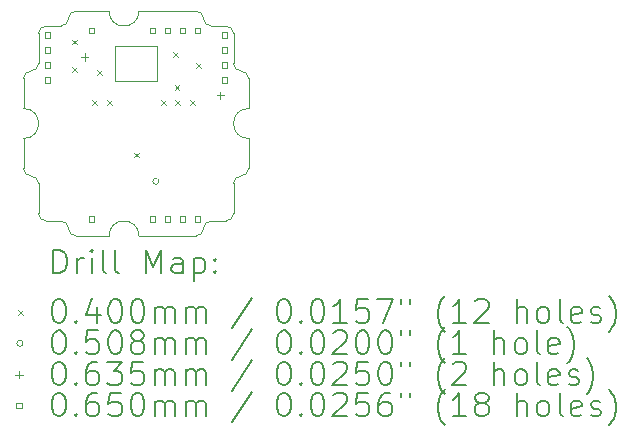
<source format=gbr>
%TF.GenerationSoftware,KiCad,Pcbnew,(6.0.7-1)-1*%
%TF.CreationDate,2022-08-17T19:26:01+01:00*%
%TF.ProjectId,amoeba-king,616d6f65-6261-42d6-9b69-6e672e6b6963,rev?*%
%TF.SameCoordinates,Original*%
%TF.FileFunction,Drillmap*%
%TF.FilePolarity,Positive*%
%FSLAX45Y45*%
G04 Gerber Fmt 4.5, Leading zero omitted, Abs format (unit mm)*
G04 Created by KiCad (PCBNEW (6.0.7-1)-1) date 2022-08-17 19:26:01*
%MOMM*%
%LPD*%
G01*
G04 APERTURE LIST*
%ADD10C,0.100000*%
%ADD11C,0.200000*%
%ADD12C,0.040000*%
%ADD13C,0.050800*%
%ADD14C,0.063500*%
%ADD15C,0.065000*%
G04 APERTURE END LIST*
D10*
X8305800Y-17691100D02*
X8178800Y-17691100D01*
X7368700Y-16206550D02*
X7368700Y-16508650D01*
X7368700Y-16508650D02*
X7718900Y-16508650D01*
X7718900Y-16508650D02*
X7718900Y-16206550D01*
X7718900Y-16206550D02*
X7368700Y-16206550D01*
X8178800Y-16040100D02*
X8305800Y-16040100D01*
X8369300Y-16103600D02*
X8369300Y-16357600D01*
X6781800Y-16040100D02*
X6908800Y-16040100D01*
X6718300Y-16103600D02*
X6718300Y-16357600D01*
X6718300Y-17373600D02*
X6718300Y-17627600D01*
X6781800Y-17691100D02*
X6908800Y-17691100D01*
X8369300Y-17627600D02*
X8369300Y-17373600D01*
X7035800Y-15913100D02*
X7314500Y-15913100D01*
X6591300Y-16992600D02*
X6591300Y-17246600D01*
X8496300Y-16992600D02*
X8496300Y-17246600D01*
X7314500Y-15913100D02*
G75*
G03*
X7568500Y-15913100I127000J0D01*
G01*
X7568500Y-17818100D02*
G75*
G03*
X7314500Y-17818100I-127000J0D01*
G01*
X7035800Y-17818100D02*
X7314500Y-17818100D01*
X6781800Y-16040100D02*
G75*
G03*
X6718300Y-16103600I0J-63500D01*
G01*
X8369300Y-16103600D02*
G75*
G03*
X8305800Y-16040100I-63500J0D01*
G01*
X6718300Y-17627600D02*
G75*
G03*
X6781800Y-17691100I63500J0D01*
G01*
X6591300Y-17246600D02*
G75*
G03*
X6654800Y-17310100I63500J0D01*
G01*
X8051800Y-15913100D02*
X7568500Y-15913100D01*
X8051800Y-17818100D02*
G75*
G03*
X8115300Y-17754600I0J63500D01*
G01*
X6591300Y-16992600D02*
G75*
G03*
X6591300Y-16738600I0J127000D01*
G01*
X8496300Y-16738600D02*
G75*
G03*
X8496300Y-16992600I0J-127000D01*
G01*
X8305800Y-17691100D02*
G75*
G03*
X8369300Y-17627600I0J63500D01*
G01*
X7568500Y-17818100D02*
X8051800Y-17818100D01*
X6654800Y-16421100D02*
G75*
G03*
X6718300Y-16357600I0J63500D01*
G01*
X6718300Y-17373600D02*
G75*
G03*
X6654800Y-17310100I-63500J0D01*
G01*
X6972300Y-17754600D02*
G75*
G03*
X7035800Y-17818100I63500J0D01*
G01*
X8496300Y-16738600D02*
X8496300Y-16484600D01*
X6908800Y-16040100D02*
G75*
G03*
X6972300Y-15976600I0J63500D01*
G01*
X8369300Y-16357600D02*
G75*
G03*
X8432800Y-16421100I63500J0D01*
G01*
X8115300Y-15976600D02*
G75*
G03*
X8178800Y-16040100I63500J0D01*
G01*
X7035800Y-15913100D02*
G75*
G03*
X6972300Y-15976600I0J-63500D01*
G01*
X8496300Y-16484600D02*
G75*
G03*
X8432800Y-16421100I-63500J0D01*
G01*
X8115300Y-15976600D02*
G75*
G03*
X8051800Y-15913100I-63500J0D01*
G01*
X6654800Y-16421100D02*
G75*
G03*
X6591300Y-16484600I0J-63500D01*
G01*
X8432800Y-17310100D02*
G75*
G03*
X8496300Y-17246600I0J63500D01*
G01*
X6591300Y-16738600D02*
X6591300Y-16484600D01*
X8178800Y-17691100D02*
G75*
G03*
X8115300Y-17754600I0J-63500D01*
G01*
X6972300Y-17754600D02*
G75*
G03*
X6908800Y-17691100I-63500J0D01*
G01*
X8432800Y-17310100D02*
G75*
G03*
X8369300Y-17373600I0J-63500D01*
G01*
D11*
D12*
X7005346Y-16154426D02*
X7045346Y-16194426D01*
X7045346Y-16154426D02*
X7005346Y-16194426D01*
X7005650Y-16388400D02*
X7045650Y-16428400D01*
X7045650Y-16388400D02*
X7005650Y-16428400D01*
X7174740Y-16667800D02*
X7214740Y-16707800D01*
X7214740Y-16667800D02*
X7174740Y-16707800D01*
X7213920Y-16413800D02*
X7253920Y-16453800D01*
X7253920Y-16413800D02*
X7213920Y-16453800D01*
X7299377Y-16668072D02*
X7339377Y-16708072D01*
X7339377Y-16668072D02*
X7299377Y-16708072D01*
X7528308Y-17111886D02*
X7568308Y-17151886D01*
X7568308Y-17111886D02*
X7528308Y-17151886D01*
X7758750Y-16667800D02*
X7798750Y-16707800D01*
X7798750Y-16667800D02*
X7758750Y-16707800D01*
X7858550Y-16263940D02*
X7898550Y-16303940D01*
X7898550Y-16263940D02*
X7858550Y-16303940D01*
X7871780Y-16540800D02*
X7911780Y-16580800D01*
X7911780Y-16540800D02*
X7871780Y-16580800D01*
X7874320Y-16667800D02*
X7914320Y-16707800D01*
X7914320Y-16667800D02*
X7874320Y-16707800D01*
X8001320Y-16667800D02*
X8041320Y-16707800D01*
X8041320Y-16667800D02*
X8001320Y-16707800D01*
X8054722Y-16353308D02*
X8094722Y-16393308D01*
X8094722Y-16353308D02*
X8054722Y-16393308D01*
D13*
X7737140Y-17355800D02*
G75*
G03*
X7737140Y-17355800I-25400J0D01*
G01*
D14*
X7109480Y-16271523D02*
X7109480Y-16335023D01*
X7077730Y-16303273D02*
X7141230Y-16303273D01*
X8257540Y-16595725D02*
X8257540Y-16659225D01*
X8225790Y-16627475D02*
X8289290Y-16627475D01*
D15*
X6817481Y-16139281D02*
X6817481Y-16093319D01*
X6771519Y-16093319D01*
X6771519Y-16139281D01*
X6817481Y-16139281D01*
X6817481Y-16266281D02*
X6817481Y-16220319D01*
X6771519Y-16220319D01*
X6771519Y-16266281D01*
X6817481Y-16266281D01*
X6817481Y-16393281D02*
X6817481Y-16347319D01*
X6771519Y-16347319D01*
X6771519Y-16393281D01*
X6817481Y-16393281D01*
X6817481Y-16520281D02*
X6817481Y-16474319D01*
X6771519Y-16474319D01*
X6771519Y-16520281D01*
X6817481Y-16520281D01*
X7190861Y-16101181D02*
X7190861Y-16055219D01*
X7144899Y-16055219D01*
X7144899Y-16101181D01*
X7190861Y-16101181D01*
X7190861Y-17698841D02*
X7190861Y-17652879D01*
X7144899Y-17652879D01*
X7144899Y-17698841D01*
X7190861Y-17698841D01*
X7706481Y-16101181D02*
X7706481Y-16055219D01*
X7660519Y-16055219D01*
X7660519Y-16101181D01*
X7706481Y-16101181D01*
X7706481Y-17698841D02*
X7706481Y-17652879D01*
X7660519Y-17652879D01*
X7660519Y-17698841D01*
X7706481Y-17698841D01*
X7833481Y-16101181D02*
X7833481Y-16055219D01*
X7787519Y-16055219D01*
X7787519Y-16101181D01*
X7833481Y-16101181D01*
X7833481Y-17698841D02*
X7833481Y-17652879D01*
X7787519Y-17652879D01*
X7787519Y-17698841D01*
X7833481Y-17698841D01*
X7960481Y-16101181D02*
X7960481Y-16055219D01*
X7914519Y-16055219D01*
X7914519Y-16101181D01*
X7960481Y-16101181D01*
X7960481Y-17698841D02*
X7960481Y-17652879D01*
X7914519Y-17652879D01*
X7914519Y-17698841D01*
X7960481Y-17698841D01*
X8087481Y-16101181D02*
X8087481Y-16055219D01*
X8041519Y-16055219D01*
X8041519Y-16101181D01*
X8087481Y-16101181D01*
X8087481Y-17698841D02*
X8087481Y-17652879D01*
X8041519Y-17652879D01*
X8041519Y-17698841D01*
X8087481Y-17698841D01*
X8313541Y-16139281D02*
X8313541Y-16093319D01*
X8267579Y-16093319D01*
X8267579Y-16139281D01*
X8313541Y-16139281D01*
X8313541Y-16266281D02*
X8313541Y-16220319D01*
X8267579Y-16220319D01*
X8267579Y-16266281D01*
X8313541Y-16266281D01*
X8313541Y-16393281D02*
X8313541Y-16347319D01*
X8267579Y-16347319D01*
X8267579Y-16393281D01*
X8313541Y-16393281D01*
X8313541Y-16520281D02*
X8313541Y-16474319D01*
X8267579Y-16474319D01*
X8267579Y-16520281D01*
X8313541Y-16520281D01*
D11*
X6843919Y-18133576D02*
X6843919Y-17933576D01*
X6891538Y-17933576D01*
X6920109Y-17943100D01*
X6939157Y-17962148D01*
X6948681Y-17981195D01*
X6958205Y-18019290D01*
X6958205Y-18047862D01*
X6948681Y-18085957D01*
X6939157Y-18105005D01*
X6920109Y-18124052D01*
X6891538Y-18133576D01*
X6843919Y-18133576D01*
X7043919Y-18133576D02*
X7043919Y-18000243D01*
X7043919Y-18038338D02*
X7053443Y-18019290D01*
X7062967Y-18009767D01*
X7082014Y-18000243D01*
X7101062Y-18000243D01*
X7167728Y-18133576D02*
X7167728Y-18000243D01*
X7167728Y-17933576D02*
X7158205Y-17943100D01*
X7167728Y-17952624D01*
X7177252Y-17943100D01*
X7167728Y-17933576D01*
X7167728Y-17952624D01*
X7291538Y-18133576D02*
X7272490Y-18124052D01*
X7262967Y-18105005D01*
X7262967Y-17933576D01*
X7396300Y-18133576D02*
X7377252Y-18124052D01*
X7367728Y-18105005D01*
X7367728Y-17933576D01*
X7624871Y-18133576D02*
X7624871Y-17933576D01*
X7691538Y-18076433D01*
X7758205Y-17933576D01*
X7758205Y-18133576D01*
X7939157Y-18133576D02*
X7939157Y-18028814D01*
X7929633Y-18009767D01*
X7910586Y-18000243D01*
X7872490Y-18000243D01*
X7853443Y-18009767D01*
X7939157Y-18124052D02*
X7920109Y-18133576D01*
X7872490Y-18133576D01*
X7853443Y-18124052D01*
X7843919Y-18105005D01*
X7843919Y-18085957D01*
X7853443Y-18066910D01*
X7872490Y-18057386D01*
X7920109Y-18057386D01*
X7939157Y-18047862D01*
X8034395Y-18000243D02*
X8034395Y-18200243D01*
X8034395Y-18009767D02*
X8053443Y-18000243D01*
X8091538Y-18000243D01*
X8110586Y-18009767D01*
X8120109Y-18019290D01*
X8129633Y-18038338D01*
X8129633Y-18095481D01*
X8120109Y-18114529D01*
X8110586Y-18124052D01*
X8091538Y-18133576D01*
X8053443Y-18133576D01*
X8034395Y-18124052D01*
X8215348Y-18114529D02*
X8224871Y-18124052D01*
X8215348Y-18133576D01*
X8205824Y-18124052D01*
X8215348Y-18114529D01*
X8215348Y-18133576D01*
X8215348Y-18009767D02*
X8224871Y-18019290D01*
X8215348Y-18028814D01*
X8205824Y-18019290D01*
X8215348Y-18009767D01*
X8215348Y-18028814D01*
D12*
X6546300Y-18443100D02*
X6586300Y-18483100D01*
X6586300Y-18443100D02*
X6546300Y-18483100D01*
D11*
X6882014Y-18353576D02*
X6901062Y-18353576D01*
X6920109Y-18363100D01*
X6929633Y-18372624D01*
X6939157Y-18391671D01*
X6948681Y-18429767D01*
X6948681Y-18477386D01*
X6939157Y-18515481D01*
X6929633Y-18534529D01*
X6920109Y-18544052D01*
X6901062Y-18553576D01*
X6882014Y-18553576D01*
X6862967Y-18544052D01*
X6853443Y-18534529D01*
X6843919Y-18515481D01*
X6834395Y-18477386D01*
X6834395Y-18429767D01*
X6843919Y-18391671D01*
X6853443Y-18372624D01*
X6862967Y-18363100D01*
X6882014Y-18353576D01*
X7034395Y-18534529D02*
X7043919Y-18544052D01*
X7034395Y-18553576D01*
X7024871Y-18544052D01*
X7034395Y-18534529D01*
X7034395Y-18553576D01*
X7215348Y-18420243D02*
X7215348Y-18553576D01*
X7167728Y-18344052D02*
X7120109Y-18486910D01*
X7243919Y-18486910D01*
X7358205Y-18353576D02*
X7377252Y-18353576D01*
X7396300Y-18363100D01*
X7405824Y-18372624D01*
X7415348Y-18391671D01*
X7424871Y-18429767D01*
X7424871Y-18477386D01*
X7415348Y-18515481D01*
X7405824Y-18534529D01*
X7396300Y-18544052D01*
X7377252Y-18553576D01*
X7358205Y-18553576D01*
X7339157Y-18544052D01*
X7329633Y-18534529D01*
X7320109Y-18515481D01*
X7310586Y-18477386D01*
X7310586Y-18429767D01*
X7320109Y-18391671D01*
X7329633Y-18372624D01*
X7339157Y-18363100D01*
X7358205Y-18353576D01*
X7548681Y-18353576D02*
X7567728Y-18353576D01*
X7586776Y-18363100D01*
X7596300Y-18372624D01*
X7605824Y-18391671D01*
X7615348Y-18429767D01*
X7615348Y-18477386D01*
X7605824Y-18515481D01*
X7596300Y-18534529D01*
X7586776Y-18544052D01*
X7567728Y-18553576D01*
X7548681Y-18553576D01*
X7529633Y-18544052D01*
X7520109Y-18534529D01*
X7510586Y-18515481D01*
X7501062Y-18477386D01*
X7501062Y-18429767D01*
X7510586Y-18391671D01*
X7520109Y-18372624D01*
X7529633Y-18363100D01*
X7548681Y-18353576D01*
X7701062Y-18553576D02*
X7701062Y-18420243D01*
X7701062Y-18439290D02*
X7710586Y-18429767D01*
X7729633Y-18420243D01*
X7758205Y-18420243D01*
X7777252Y-18429767D01*
X7786776Y-18448814D01*
X7786776Y-18553576D01*
X7786776Y-18448814D02*
X7796300Y-18429767D01*
X7815348Y-18420243D01*
X7843919Y-18420243D01*
X7862967Y-18429767D01*
X7872490Y-18448814D01*
X7872490Y-18553576D01*
X7967728Y-18553576D02*
X7967728Y-18420243D01*
X7967728Y-18439290D02*
X7977252Y-18429767D01*
X7996300Y-18420243D01*
X8024871Y-18420243D01*
X8043919Y-18429767D01*
X8053443Y-18448814D01*
X8053443Y-18553576D01*
X8053443Y-18448814D02*
X8062967Y-18429767D01*
X8082014Y-18420243D01*
X8110586Y-18420243D01*
X8129633Y-18429767D01*
X8139157Y-18448814D01*
X8139157Y-18553576D01*
X8529633Y-18344052D02*
X8358205Y-18601195D01*
X8786776Y-18353576D02*
X8805824Y-18353576D01*
X8824871Y-18363100D01*
X8834395Y-18372624D01*
X8843919Y-18391671D01*
X8853443Y-18429767D01*
X8853443Y-18477386D01*
X8843919Y-18515481D01*
X8834395Y-18534529D01*
X8824871Y-18544052D01*
X8805824Y-18553576D01*
X8786776Y-18553576D01*
X8767729Y-18544052D01*
X8758205Y-18534529D01*
X8748681Y-18515481D01*
X8739157Y-18477386D01*
X8739157Y-18429767D01*
X8748681Y-18391671D01*
X8758205Y-18372624D01*
X8767729Y-18363100D01*
X8786776Y-18353576D01*
X8939157Y-18534529D02*
X8948681Y-18544052D01*
X8939157Y-18553576D01*
X8929633Y-18544052D01*
X8939157Y-18534529D01*
X8939157Y-18553576D01*
X9072490Y-18353576D02*
X9091538Y-18353576D01*
X9110586Y-18363100D01*
X9120110Y-18372624D01*
X9129633Y-18391671D01*
X9139157Y-18429767D01*
X9139157Y-18477386D01*
X9129633Y-18515481D01*
X9120110Y-18534529D01*
X9110586Y-18544052D01*
X9091538Y-18553576D01*
X9072490Y-18553576D01*
X9053443Y-18544052D01*
X9043919Y-18534529D01*
X9034395Y-18515481D01*
X9024871Y-18477386D01*
X9024871Y-18429767D01*
X9034395Y-18391671D01*
X9043919Y-18372624D01*
X9053443Y-18363100D01*
X9072490Y-18353576D01*
X9329633Y-18553576D02*
X9215348Y-18553576D01*
X9272490Y-18553576D02*
X9272490Y-18353576D01*
X9253443Y-18382148D01*
X9234395Y-18401195D01*
X9215348Y-18410719D01*
X9510586Y-18353576D02*
X9415348Y-18353576D01*
X9405824Y-18448814D01*
X9415348Y-18439290D01*
X9434395Y-18429767D01*
X9482014Y-18429767D01*
X9501062Y-18439290D01*
X9510586Y-18448814D01*
X9520110Y-18467862D01*
X9520110Y-18515481D01*
X9510586Y-18534529D01*
X9501062Y-18544052D01*
X9482014Y-18553576D01*
X9434395Y-18553576D01*
X9415348Y-18544052D01*
X9405824Y-18534529D01*
X9586776Y-18353576D02*
X9720110Y-18353576D01*
X9634395Y-18553576D01*
X9786776Y-18353576D02*
X9786776Y-18391671D01*
X9862967Y-18353576D02*
X9862967Y-18391671D01*
X10158205Y-18629767D02*
X10148681Y-18620243D01*
X10129633Y-18591671D01*
X10120110Y-18572624D01*
X10110586Y-18544052D01*
X10101062Y-18496433D01*
X10101062Y-18458338D01*
X10110586Y-18410719D01*
X10120110Y-18382148D01*
X10129633Y-18363100D01*
X10148681Y-18334529D01*
X10158205Y-18325005D01*
X10339157Y-18553576D02*
X10224871Y-18553576D01*
X10282014Y-18553576D02*
X10282014Y-18353576D01*
X10262967Y-18382148D01*
X10243919Y-18401195D01*
X10224871Y-18410719D01*
X10415348Y-18372624D02*
X10424871Y-18363100D01*
X10443919Y-18353576D01*
X10491538Y-18353576D01*
X10510586Y-18363100D01*
X10520110Y-18372624D01*
X10529633Y-18391671D01*
X10529633Y-18410719D01*
X10520110Y-18439290D01*
X10405824Y-18553576D01*
X10529633Y-18553576D01*
X10767729Y-18553576D02*
X10767729Y-18353576D01*
X10853443Y-18553576D02*
X10853443Y-18448814D01*
X10843919Y-18429767D01*
X10824871Y-18420243D01*
X10796300Y-18420243D01*
X10777252Y-18429767D01*
X10767729Y-18439290D01*
X10977252Y-18553576D02*
X10958205Y-18544052D01*
X10948681Y-18534529D01*
X10939157Y-18515481D01*
X10939157Y-18458338D01*
X10948681Y-18439290D01*
X10958205Y-18429767D01*
X10977252Y-18420243D01*
X11005824Y-18420243D01*
X11024871Y-18429767D01*
X11034395Y-18439290D01*
X11043919Y-18458338D01*
X11043919Y-18515481D01*
X11034395Y-18534529D01*
X11024871Y-18544052D01*
X11005824Y-18553576D01*
X10977252Y-18553576D01*
X11158205Y-18553576D02*
X11139157Y-18544052D01*
X11129633Y-18525005D01*
X11129633Y-18353576D01*
X11310586Y-18544052D02*
X11291538Y-18553576D01*
X11253443Y-18553576D01*
X11234395Y-18544052D01*
X11224871Y-18525005D01*
X11224871Y-18448814D01*
X11234395Y-18429767D01*
X11253443Y-18420243D01*
X11291538Y-18420243D01*
X11310586Y-18429767D01*
X11320109Y-18448814D01*
X11320109Y-18467862D01*
X11224871Y-18486910D01*
X11396300Y-18544052D02*
X11415348Y-18553576D01*
X11453443Y-18553576D01*
X11472490Y-18544052D01*
X11482014Y-18525005D01*
X11482014Y-18515481D01*
X11472490Y-18496433D01*
X11453443Y-18486910D01*
X11424871Y-18486910D01*
X11405824Y-18477386D01*
X11396300Y-18458338D01*
X11396300Y-18448814D01*
X11405824Y-18429767D01*
X11424871Y-18420243D01*
X11453443Y-18420243D01*
X11472490Y-18429767D01*
X11548681Y-18629767D02*
X11558205Y-18620243D01*
X11577252Y-18591671D01*
X11586776Y-18572624D01*
X11596300Y-18544052D01*
X11605824Y-18496433D01*
X11605824Y-18458338D01*
X11596300Y-18410719D01*
X11586776Y-18382148D01*
X11577252Y-18363100D01*
X11558205Y-18334529D01*
X11548681Y-18325005D01*
D13*
X6586300Y-18727100D02*
G75*
G03*
X6586300Y-18727100I-25400J0D01*
G01*
D11*
X6882014Y-18617576D02*
X6901062Y-18617576D01*
X6920109Y-18627100D01*
X6929633Y-18636624D01*
X6939157Y-18655671D01*
X6948681Y-18693767D01*
X6948681Y-18741386D01*
X6939157Y-18779481D01*
X6929633Y-18798529D01*
X6920109Y-18808052D01*
X6901062Y-18817576D01*
X6882014Y-18817576D01*
X6862967Y-18808052D01*
X6853443Y-18798529D01*
X6843919Y-18779481D01*
X6834395Y-18741386D01*
X6834395Y-18693767D01*
X6843919Y-18655671D01*
X6853443Y-18636624D01*
X6862967Y-18627100D01*
X6882014Y-18617576D01*
X7034395Y-18798529D02*
X7043919Y-18808052D01*
X7034395Y-18817576D01*
X7024871Y-18808052D01*
X7034395Y-18798529D01*
X7034395Y-18817576D01*
X7224871Y-18617576D02*
X7129633Y-18617576D01*
X7120109Y-18712814D01*
X7129633Y-18703290D01*
X7148681Y-18693767D01*
X7196300Y-18693767D01*
X7215348Y-18703290D01*
X7224871Y-18712814D01*
X7234395Y-18731862D01*
X7234395Y-18779481D01*
X7224871Y-18798529D01*
X7215348Y-18808052D01*
X7196300Y-18817576D01*
X7148681Y-18817576D01*
X7129633Y-18808052D01*
X7120109Y-18798529D01*
X7358205Y-18617576D02*
X7377252Y-18617576D01*
X7396300Y-18627100D01*
X7405824Y-18636624D01*
X7415348Y-18655671D01*
X7424871Y-18693767D01*
X7424871Y-18741386D01*
X7415348Y-18779481D01*
X7405824Y-18798529D01*
X7396300Y-18808052D01*
X7377252Y-18817576D01*
X7358205Y-18817576D01*
X7339157Y-18808052D01*
X7329633Y-18798529D01*
X7320109Y-18779481D01*
X7310586Y-18741386D01*
X7310586Y-18693767D01*
X7320109Y-18655671D01*
X7329633Y-18636624D01*
X7339157Y-18627100D01*
X7358205Y-18617576D01*
X7539157Y-18703290D02*
X7520109Y-18693767D01*
X7510586Y-18684243D01*
X7501062Y-18665195D01*
X7501062Y-18655671D01*
X7510586Y-18636624D01*
X7520109Y-18627100D01*
X7539157Y-18617576D01*
X7577252Y-18617576D01*
X7596300Y-18627100D01*
X7605824Y-18636624D01*
X7615348Y-18655671D01*
X7615348Y-18665195D01*
X7605824Y-18684243D01*
X7596300Y-18693767D01*
X7577252Y-18703290D01*
X7539157Y-18703290D01*
X7520109Y-18712814D01*
X7510586Y-18722338D01*
X7501062Y-18741386D01*
X7501062Y-18779481D01*
X7510586Y-18798529D01*
X7520109Y-18808052D01*
X7539157Y-18817576D01*
X7577252Y-18817576D01*
X7596300Y-18808052D01*
X7605824Y-18798529D01*
X7615348Y-18779481D01*
X7615348Y-18741386D01*
X7605824Y-18722338D01*
X7596300Y-18712814D01*
X7577252Y-18703290D01*
X7701062Y-18817576D02*
X7701062Y-18684243D01*
X7701062Y-18703290D02*
X7710586Y-18693767D01*
X7729633Y-18684243D01*
X7758205Y-18684243D01*
X7777252Y-18693767D01*
X7786776Y-18712814D01*
X7786776Y-18817576D01*
X7786776Y-18712814D02*
X7796300Y-18693767D01*
X7815348Y-18684243D01*
X7843919Y-18684243D01*
X7862967Y-18693767D01*
X7872490Y-18712814D01*
X7872490Y-18817576D01*
X7967728Y-18817576D02*
X7967728Y-18684243D01*
X7967728Y-18703290D02*
X7977252Y-18693767D01*
X7996300Y-18684243D01*
X8024871Y-18684243D01*
X8043919Y-18693767D01*
X8053443Y-18712814D01*
X8053443Y-18817576D01*
X8053443Y-18712814D02*
X8062967Y-18693767D01*
X8082014Y-18684243D01*
X8110586Y-18684243D01*
X8129633Y-18693767D01*
X8139157Y-18712814D01*
X8139157Y-18817576D01*
X8529633Y-18608052D02*
X8358205Y-18865195D01*
X8786776Y-18617576D02*
X8805824Y-18617576D01*
X8824871Y-18627100D01*
X8834395Y-18636624D01*
X8843919Y-18655671D01*
X8853443Y-18693767D01*
X8853443Y-18741386D01*
X8843919Y-18779481D01*
X8834395Y-18798529D01*
X8824871Y-18808052D01*
X8805824Y-18817576D01*
X8786776Y-18817576D01*
X8767729Y-18808052D01*
X8758205Y-18798529D01*
X8748681Y-18779481D01*
X8739157Y-18741386D01*
X8739157Y-18693767D01*
X8748681Y-18655671D01*
X8758205Y-18636624D01*
X8767729Y-18627100D01*
X8786776Y-18617576D01*
X8939157Y-18798529D02*
X8948681Y-18808052D01*
X8939157Y-18817576D01*
X8929633Y-18808052D01*
X8939157Y-18798529D01*
X8939157Y-18817576D01*
X9072490Y-18617576D02*
X9091538Y-18617576D01*
X9110586Y-18627100D01*
X9120110Y-18636624D01*
X9129633Y-18655671D01*
X9139157Y-18693767D01*
X9139157Y-18741386D01*
X9129633Y-18779481D01*
X9120110Y-18798529D01*
X9110586Y-18808052D01*
X9091538Y-18817576D01*
X9072490Y-18817576D01*
X9053443Y-18808052D01*
X9043919Y-18798529D01*
X9034395Y-18779481D01*
X9024871Y-18741386D01*
X9024871Y-18693767D01*
X9034395Y-18655671D01*
X9043919Y-18636624D01*
X9053443Y-18627100D01*
X9072490Y-18617576D01*
X9215348Y-18636624D02*
X9224871Y-18627100D01*
X9243919Y-18617576D01*
X9291538Y-18617576D01*
X9310586Y-18627100D01*
X9320110Y-18636624D01*
X9329633Y-18655671D01*
X9329633Y-18674719D01*
X9320110Y-18703290D01*
X9205824Y-18817576D01*
X9329633Y-18817576D01*
X9453443Y-18617576D02*
X9472490Y-18617576D01*
X9491538Y-18627100D01*
X9501062Y-18636624D01*
X9510586Y-18655671D01*
X9520110Y-18693767D01*
X9520110Y-18741386D01*
X9510586Y-18779481D01*
X9501062Y-18798529D01*
X9491538Y-18808052D01*
X9472490Y-18817576D01*
X9453443Y-18817576D01*
X9434395Y-18808052D01*
X9424871Y-18798529D01*
X9415348Y-18779481D01*
X9405824Y-18741386D01*
X9405824Y-18693767D01*
X9415348Y-18655671D01*
X9424871Y-18636624D01*
X9434395Y-18627100D01*
X9453443Y-18617576D01*
X9643919Y-18617576D02*
X9662967Y-18617576D01*
X9682014Y-18627100D01*
X9691538Y-18636624D01*
X9701062Y-18655671D01*
X9710586Y-18693767D01*
X9710586Y-18741386D01*
X9701062Y-18779481D01*
X9691538Y-18798529D01*
X9682014Y-18808052D01*
X9662967Y-18817576D01*
X9643919Y-18817576D01*
X9624871Y-18808052D01*
X9615348Y-18798529D01*
X9605824Y-18779481D01*
X9596300Y-18741386D01*
X9596300Y-18693767D01*
X9605824Y-18655671D01*
X9615348Y-18636624D01*
X9624871Y-18627100D01*
X9643919Y-18617576D01*
X9786776Y-18617576D02*
X9786776Y-18655671D01*
X9862967Y-18617576D02*
X9862967Y-18655671D01*
X10158205Y-18893767D02*
X10148681Y-18884243D01*
X10129633Y-18855671D01*
X10120110Y-18836624D01*
X10110586Y-18808052D01*
X10101062Y-18760433D01*
X10101062Y-18722338D01*
X10110586Y-18674719D01*
X10120110Y-18646148D01*
X10129633Y-18627100D01*
X10148681Y-18598529D01*
X10158205Y-18589005D01*
X10339157Y-18817576D02*
X10224871Y-18817576D01*
X10282014Y-18817576D02*
X10282014Y-18617576D01*
X10262967Y-18646148D01*
X10243919Y-18665195D01*
X10224871Y-18674719D01*
X10577252Y-18817576D02*
X10577252Y-18617576D01*
X10662967Y-18817576D02*
X10662967Y-18712814D01*
X10653443Y-18693767D01*
X10634395Y-18684243D01*
X10605824Y-18684243D01*
X10586776Y-18693767D01*
X10577252Y-18703290D01*
X10786776Y-18817576D02*
X10767729Y-18808052D01*
X10758205Y-18798529D01*
X10748681Y-18779481D01*
X10748681Y-18722338D01*
X10758205Y-18703290D01*
X10767729Y-18693767D01*
X10786776Y-18684243D01*
X10815348Y-18684243D01*
X10834395Y-18693767D01*
X10843919Y-18703290D01*
X10853443Y-18722338D01*
X10853443Y-18779481D01*
X10843919Y-18798529D01*
X10834395Y-18808052D01*
X10815348Y-18817576D01*
X10786776Y-18817576D01*
X10967729Y-18817576D02*
X10948681Y-18808052D01*
X10939157Y-18789005D01*
X10939157Y-18617576D01*
X11120110Y-18808052D02*
X11101062Y-18817576D01*
X11062967Y-18817576D01*
X11043919Y-18808052D01*
X11034395Y-18789005D01*
X11034395Y-18712814D01*
X11043919Y-18693767D01*
X11062967Y-18684243D01*
X11101062Y-18684243D01*
X11120110Y-18693767D01*
X11129633Y-18712814D01*
X11129633Y-18731862D01*
X11034395Y-18750910D01*
X11196300Y-18893767D02*
X11205824Y-18884243D01*
X11224871Y-18855671D01*
X11234395Y-18836624D01*
X11243919Y-18808052D01*
X11253443Y-18760433D01*
X11253443Y-18722338D01*
X11243919Y-18674719D01*
X11234395Y-18646148D01*
X11224871Y-18627100D01*
X11205824Y-18598529D01*
X11196300Y-18589005D01*
D14*
X6554550Y-18959350D02*
X6554550Y-19022850D01*
X6522800Y-18991100D02*
X6586300Y-18991100D01*
D11*
X6882014Y-18881576D02*
X6901062Y-18881576D01*
X6920109Y-18891100D01*
X6929633Y-18900624D01*
X6939157Y-18919671D01*
X6948681Y-18957767D01*
X6948681Y-19005386D01*
X6939157Y-19043481D01*
X6929633Y-19062529D01*
X6920109Y-19072052D01*
X6901062Y-19081576D01*
X6882014Y-19081576D01*
X6862967Y-19072052D01*
X6853443Y-19062529D01*
X6843919Y-19043481D01*
X6834395Y-19005386D01*
X6834395Y-18957767D01*
X6843919Y-18919671D01*
X6853443Y-18900624D01*
X6862967Y-18891100D01*
X6882014Y-18881576D01*
X7034395Y-19062529D02*
X7043919Y-19072052D01*
X7034395Y-19081576D01*
X7024871Y-19072052D01*
X7034395Y-19062529D01*
X7034395Y-19081576D01*
X7215348Y-18881576D02*
X7177252Y-18881576D01*
X7158205Y-18891100D01*
X7148681Y-18900624D01*
X7129633Y-18929195D01*
X7120109Y-18967290D01*
X7120109Y-19043481D01*
X7129633Y-19062529D01*
X7139157Y-19072052D01*
X7158205Y-19081576D01*
X7196300Y-19081576D01*
X7215348Y-19072052D01*
X7224871Y-19062529D01*
X7234395Y-19043481D01*
X7234395Y-18995862D01*
X7224871Y-18976814D01*
X7215348Y-18967290D01*
X7196300Y-18957767D01*
X7158205Y-18957767D01*
X7139157Y-18967290D01*
X7129633Y-18976814D01*
X7120109Y-18995862D01*
X7301062Y-18881576D02*
X7424871Y-18881576D01*
X7358205Y-18957767D01*
X7386776Y-18957767D01*
X7405824Y-18967290D01*
X7415348Y-18976814D01*
X7424871Y-18995862D01*
X7424871Y-19043481D01*
X7415348Y-19062529D01*
X7405824Y-19072052D01*
X7386776Y-19081576D01*
X7329633Y-19081576D01*
X7310586Y-19072052D01*
X7301062Y-19062529D01*
X7605824Y-18881576D02*
X7510586Y-18881576D01*
X7501062Y-18976814D01*
X7510586Y-18967290D01*
X7529633Y-18957767D01*
X7577252Y-18957767D01*
X7596300Y-18967290D01*
X7605824Y-18976814D01*
X7615348Y-18995862D01*
X7615348Y-19043481D01*
X7605824Y-19062529D01*
X7596300Y-19072052D01*
X7577252Y-19081576D01*
X7529633Y-19081576D01*
X7510586Y-19072052D01*
X7501062Y-19062529D01*
X7701062Y-19081576D02*
X7701062Y-18948243D01*
X7701062Y-18967290D02*
X7710586Y-18957767D01*
X7729633Y-18948243D01*
X7758205Y-18948243D01*
X7777252Y-18957767D01*
X7786776Y-18976814D01*
X7786776Y-19081576D01*
X7786776Y-18976814D02*
X7796300Y-18957767D01*
X7815348Y-18948243D01*
X7843919Y-18948243D01*
X7862967Y-18957767D01*
X7872490Y-18976814D01*
X7872490Y-19081576D01*
X7967728Y-19081576D02*
X7967728Y-18948243D01*
X7967728Y-18967290D02*
X7977252Y-18957767D01*
X7996300Y-18948243D01*
X8024871Y-18948243D01*
X8043919Y-18957767D01*
X8053443Y-18976814D01*
X8053443Y-19081576D01*
X8053443Y-18976814D02*
X8062967Y-18957767D01*
X8082014Y-18948243D01*
X8110586Y-18948243D01*
X8129633Y-18957767D01*
X8139157Y-18976814D01*
X8139157Y-19081576D01*
X8529633Y-18872052D02*
X8358205Y-19129195D01*
X8786776Y-18881576D02*
X8805824Y-18881576D01*
X8824871Y-18891100D01*
X8834395Y-18900624D01*
X8843919Y-18919671D01*
X8853443Y-18957767D01*
X8853443Y-19005386D01*
X8843919Y-19043481D01*
X8834395Y-19062529D01*
X8824871Y-19072052D01*
X8805824Y-19081576D01*
X8786776Y-19081576D01*
X8767729Y-19072052D01*
X8758205Y-19062529D01*
X8748681Y-19043481D01*
X8739157Y-19005386D01*
X8739157Y-18957767D01*
X8748681Y-18919671D01*
X8758205Y-18900624D01*
X8767729Y-18891100D01*
X8786776Y-18881576D01*
X8939157Y-19062529D02*
X8948681Y-19072052D01*
X8939157Y-19081576D01*
X8929633Y-19072052D01*
X8939157Y-19062529D01*
X8939157Y-19081576D01*
X9072490Y-18881576D02*
X9091538Y-18881576D01*
X9110586Y-18891100D01*
X9120110Y-18900624D01*
X9129633Y-18919671D01*
X9139157Y-18957767D01*
X9139157Y-19005386D01*
X9129633Y-19043481D01*
X9120110Y-19062529D01*
X9110586Y-19072052D01*
X9091538Y-19081576D01*
X9072490Y-19081576D01*
X9053443Y-19072052D01*
X9043919Y-19062529D01*
X9034395Y-19043481D01*
X9024871Y-19005386D01*
X9024871Y-18957767D01*
X9034395Y-18919671D01*
X9043919Y-18900624D01*
X9053443Y-18891100D01*
X9072490Y-18881576D01*
X9215348Y-18900624D02*
X9224871Y-18891100D01*
X9243919Y-18881576D01*
X9291538Y-18881576D01*
X9310586Y-18891100D01*
X9320110Y-18900624D01*
X9329633Y-18919671D01*
X9329633Y-18938719D01*
X9320110Y-18967290D01*
X9205824Y-19081576D01*
X9329633Y-19081576D01*
X9510586Y-18881576D02*
X9415348Y-18881576D01*
X9405824Y-18976814D01*
X9415348Y-18967290D01*
X9434395Y-18957767D01*
X9482014Y-18957767D01*
X9501062Y-18967290D01*
X9510586Y-18976814D01*
X9520110Y-18995862D01*
X9520110Y-19043481D01*
X9510586Y-19062529D01*
X9501062Y-19072052D01*
X9482014Y-19081576D01*
X9434395Y-19081576D01*
X9415348Y-19072052D01*
X9405824Y-19062529D01*
X9643919Y-18881576D02*
X9662967Y-18881576D01*
X9682014Y-18891100D01*
X9691538Y-18900624D01*
X9701062Y-18919671D01*
X9710586Y-18957767D01*
X9710586Y-19005386D01*
X9701062Y-19043481D01*
X9691538Y-19062529D01*
X9682014Y-19072052D01*
X9662967Y-19081576D01*
X9643919Y-19081576D01*
X9624871Y-19072052D01*
X9615348Y-19062529D01*
X9605824Y-19043481D01*
X9596300Y-19005386D01*
X9596300Y-18957767D01*
X9605824Y-18919671D01*
X9615348Y-18900624D01*
X9624871Y-18891100D01*
X9643919Y-18881576D01*
X9786776Y-18881576D02*
X9786776Y-18919671D01*
X9862967Y-18881576D02*
X9862967Y-18919671D01*
X10158205Y-19157767D02*
X10148681Y-19148243D01*
X10129633Y-19119671D01*
X10120110Y-19100624D01*
X10110586Y-19072052D01*
X10101062Y-19024433D01*
X10101062Y-18986338D01*
X10110586Y-18938719D01*
X10120110Y-18910148D01*
X10129633Y-18891100D01*
X10148681Y-18862529D01*
X10158205Y-18853005D01*
X10224871Y-18900624D02*
X10234395Y-18891100D01*
X10253443Y-18881576D01*
X10301062Y-18881576D01*
X10320110Y-18891100D01*
X10329633Y-18900624D01*
X10339157Y-18919671D01*
X10339157Y-18938719D01*
X10329633Y-18967290D01*
X10215348Y-19081576D01*
X10339157Y-19081576D01*
X10577252Y-19081576D02*
X10577252Y-18881576D01*
X10662967Y-19081576D02*
X10662967Y-18976814D01*
X10653443Y-18957767D01*
X10634395Y-18948243D01*
X10605824Y-18948243D01*
X10586776Y-18957767D01*
X10577252Y-18967290D01*
X10786776Y-19081576D02*
X10767729Y-19072052D01*
X10758205Y-19062529D01*
X10748681Y-19043481D01*
X10748681Y-18986338D01*
X10758205Y-18967290D01*
X10767729Y-18957767D01*
X10786776Y-18948243D01*
X10815348Y-18948243D01*
X10834395Y-18957767D01*
X10843919Y-18967290D01*
X10853443Y-18986338D01*
X10853443Y-19043481D01*
X10843919Y-19062529D01*
X10834395Y-19072052D01*
X10815348Y-19081576D01*
X10786776Y-19081576D01*
X10967729Y-19081576D02*
X10948681Y-19072052D01*
X10939157Y-19053005D01*
X10939157Y-18881576D01*
X11120110Y-19072052D02*
X11101062Y-19081576D01*
X11062967Y-19081576D01*
X11043919Y-19072052D01*
X11034395Y-19053005D01*
X11034395Y-18976814D01*
X11043919Y-18957767D01*
X11062967Y-18948243D01*
X11101062Y-18948243D01*
X11120110Y-18957767D01*
X11129633Y-18976814D01*
X11129633Y-18995862D01*
X11034395Y-19014910D01*
X11205824Y-19072052D02*
X11224871Y-19081576D01*
X11262967Y-19081576D01*
X11282014Y-19072052D01*
X11291538Y-19053005D01*
X11291538Y-19043481D01*
X11282014Y-19024433D01*
X11262967Y-19014910D01*
X11234395Y-19014910D01*
X11215348Y-19005386D01*
X11205824Y-18986338D01*
X11205824Y-18976814D01*
X11215348Y-18957767D01*
X11234395Y-18948243D01*
X11262967Y-18948243D01*
X11282014Y-18957767D01*
X11358205Y-19157767D02*
X11367728Y-19148243D01*
X11386776Y-19119671D01*
X11396300Y-19100624D01*
X11405824Y-19072052D01*
X11415348Y-19024433D01*
X11415348Y-18986338D01*
X11405824Y-18938719D01*
X11396300Y-18910148D01*
X11386776Y-18891100D01*
X11367728Y-18862529D01*
X11358205Y-18853005D01*
D15*
X6576781Y-19278081D02*
X6576781Y-19232119D01*
X6530819Y-19232119D01*
X6530819Y-19278081D01*
X6576781Y-19278081D01*
D11*
X6882014Y-19145576D02*
X6901062Y-19145576D01*
X6920109Y-19155100D01*
X6929633Y-19164624D01*
X6939157Y-19183671D01*
X6948681Y-19221767D01*
X6948681Y-19269386D01*
X6939157Y-19307481D01*
X6929633Y-19326529D01*
X6920109Y-19336052D01*
X6901062Y-19345576D01*
X6882014Y-19345576D01*
X6862967Y-19336052D01*
X6853443Y-19326529D01*
X6843919Y-19307481D01*
X6834395Y-19269386D01*
X6834395Y-19221767D01*
X6843919Y-19183671D01*
X6853443Y-19164624D01*
X6862967Y-19155100D01*
X6882014Y-19145576D01*
X7034395Y-19326529D02*
X7043919Y-19336052D01*
X7034395Y-19345576D01*
X7024871Y-19336052D01*
X7034395Y-19326529D01*
X7034395Y-19345576D01*
X7215348Y-19145576D02*
X7177252Y-19145576D01*
X7158205Y-19155100D01*
X7148681Y-19164624D01*
X7129633Y-19193195D01*
X7120109Y-19231290D01*
X7120109Y-19307481D01*
X7129633Y-19326529D01*
X7139157Y-19336052D01*
X7158205Y-19345576D01*
X7196300Y-19345576D01*
X7215348Y-19336052D01*
X7224871Y-19326529D01*
X7234395Y-19307481D01*
X7234395Y-19259862D01*
X7224871Y-19240814D01*
X7215348Y-19231290D01*
X7196300Y-19221767D01*
X7158205Y-19221767D01*
X7139157Y-19231290D01*
X7129633Y-19240814D01*
X7120109Y-19259862D01*
X7415348Y-19145576D02*
X7320109Y-19145576D01*
X7310586Y-19240814D01*
X7320109Y-19231290D01*
X7339157Y-19221767D01*
X7386776Y-19221767D01*
X7405824Y-19231290D01*
X7415348Y-19240814D01*
X7424871Y-19259862D01*
X7424871Y-19307481D01*
X7415348Y-19326529D01*
X7405824Y-19336052D01*
X7386776Y-19345576D01*
X7339157Y-19345576D01*
X7320109Y-19336052D01*
X7310586Y-19326529D01*
X7548681Y-19145576D02*
X7567728Y-19145576D01*
X7586776Y-19155100D01*
X7596300Y-19164624D01*
X7605824Y-19183671D01*
X7615348Y-19221767D01*
X7615348Y-19269386D01*
X7605824Y-19307481D01*
X7596300Y-19326529D01*
X7586776Y-19336052D01*
X7567728Y-19345576D01*
X7548681Y-19345576D01*
X7529633Y-19336052D01*
X7520109Y-19326529D01*
X7510586Y-19307481D01*
X7501062Y-19269386D01*
X7501062Y-19221767D01*
X7510586Y-19183671D01*
X7520109Y-19164624D01*
X7529633Y-19155100D01*
X7548681Y-19145576D01*
X7701062Y-19345576D02*
X7701062Y-19212243D01*
X7701062Y-19231290D02*
X7710586Y-19221767D01*
X7729633Y-19212243D01*
X7758205Y-19212243D01*
X7777252Y-19221767D01*
X7786776Y-19240814D01*
X7786776Y-19345576D01*
X7786776Y-19240814D02*
X7796300Y-19221767D01*
X7815348Y-19212243D01*
X7843919Y-19212243D01*
X7862967Y-19221767D01*
X7872490Y-19240814D01*
X7872490Y-19345576D01*
X7967728Y-19345576D02*
X7967728Y-19212243D01*
X7967728Y-19231290D02*
X7977252Y-19221767D01*
X7996300Y-19212243D01*
X8024871Y-19212243D01*
X8043919Y-19221767D01*
X8053443Y-19240814D01*
X8053443Y-19345576D01*
X8053443Y-19240814D02*
X8062967Y-19221767D01*
X8082014Y-19212243D01*
X8110586Y-19212243D01*
X8129633Y-19221767D01*
X8139157Y-19240814D01*
X8139157Y-19345576D01*
X8529633Y-19136052D02*
X8358205Y-19393195D01*
X8786776Y-19145576D02*
X8805824Y-19145576D01*
X8824871Y-19155100D01*
X8834395Y-19164624D01*
X8843919Y-19183671D01*
X8853443Y-19221767D01*
X8853443Y-19269386D01*
X8843919Y-19307481D01*
X8834395Y-19326529D01*
X8824871Y-19336052D01*
X8805824Y-19345576D01*
X8786776Y-19345576D01*
X8767729Y-19336052D01*
X8758205Y-19326529D01*
X8748681Y-19307481D01*
X8739157Y-19269386D01*
X8739157Y-19221767D01*
X8748681Y-19183671D01*
X8758205Y-19164624D01*
X8767729Y-19155100D01*
X8786776Y-19145576D01*
X8939157Y-19326529D02*
X8948681Y-19336052D01*
X8939157Y-19345576D01*
X8929633Y-19336052D01*
X8939157Y-19326529D01*
X8939157Y-19345576D01*
X9072490Y-19145576D02*
X9091538Y-19145576D01*
X9110586Y-19155100D01*
X9120110Y-19164624D01*
X9129633Y-19183671D01*
X9139157Y-19221767D01*
X9139157Y-19269386D01*
X9129633Y-19307481D01*
X9120110Y-19326529D01*
X9110586Y-19336052D01*
X9091538Y-19345576D01*
X9072490Y-19345576D01*
X9053443Y-19336052D01*
X9043919Y-19326529D01*
X9034395Y-19307481D01*
X9024871Y-19269386D01*
X9024871Y-19221767D01*
X9034395Y-19183671D01*
X9043919Y-19164624D01*
X9053443Y-19155100D01*
X9072490Y-19145576D01*
X9215348Y-19164624D02*
X9224871Y-19155100D01*
X9243919Y-19145576D01*
X9291538Y-19145576D01*
X9310586Y-19155100D01*
X9320110Y-19164624D01*
X9329633Y-19183671D01*
X9329633Y-19202719D01*
X9320110Y-19231290D01*
X9205824Y-19345576D01*
X9329633Y-19345576D01*
X9510586Y-19145576D02*
X9415348Y-19145576D01*
X9405824Y-19240814D01*
X9415348Y-19231290D01*
X9434395Y-19221767D01*
X9482014Y-19221767D01*
X9501062Y-19231290D01*
X9510586Y-19240814D01*
X9520110Y-19259862D01*
X9520110Y-19307481D01*
X9510586Y-19326529D01*
X9501062Y-19336052D01*
X9482014Y-19345576D01*
X9434395Y-19345576D01*
X9415348Y-19336052D01*
X9405824Y-19326529D01*
X9691538Y-19145576D02*
X9653443Y-19145576D01*
X9634395Y-19155100D01*
X9624871Y-19164624D01*
X9605824Y-19193195D01*
X9596300Y-19231290D01*
X9596300Y-19307481D01*
X9605824Y-19326529D01*
X9615348Y-19336052D01*
X9634395Y-19345576D01*
X9672490Y-19345576D01*
X9691538Y-19336052D01*
X9701062Y-19326529D01*
X9710586Y-19307481D01*
X9710586Y-19259862D01*
X9701062Y-19240814D01*
X9691538Y-19231290D01*
X9672490Y-19221767D01*
X9634395Y-19221767D01*
X9615348Y-19231290D01*
X9605824Y-19240814D01*
X9596300Y-19259862D01*
X9786776Y-19145576D02*
X9786776Y-19183671D01*
X9862967Y-19145576D02*
X9862967Y-19183671D01*
X10158205Y-19421767D02*
X10148681Y-19412243D01*
X10129633Y-19383671D01*
X10120110Y-19364624D01*
X10110586Y-19336052D01*
X10101062Y-19288433D01*
X10101062Y-19250338D01*
X10110586Y-19202719D01*
X10120110Y-19174148D01*
X10129633Y-19155100D01*
X10148681Y-19126529D01*
X10158205Y-19117005D01*
X10339157Y-19345576D02*
X10224871Y-19345576D01*
X10282014Y-19345576D02*
X10282014Y-19145576D01*
X10262967Y-19174148D01*
X10243919Y-19193195D01*
X10224871Y-19202719D01*
X10453443Y-19231290D02*
X10434395Y-19221767D01*
X10424871Y-19212243D01*
X10415348Y-19193195D01*
X10415348Y-19183671D01*
X10424871Y-19164624D01*
X10434395Y-19155100D01*
X10453443Y-19145576D01*
X10491538Y-19145576D01*
X10510586Y-19155100D01*
X10520110Y-19164624D01*
X10529633Y-19183671D01*
X10529633Y-19193195D01*
X10520110Y-19212243D01*
X10510586Y-19221767D01*
X10491538Y-19231290D01*
X10453443Y-19231290D01*
X10434395Y-19240814D01*
X10424871Y-19250338D01*
X10415348Y-19269386D01*
X10415348Y-19307481D01*
X10424871Y-19326529D01*
X10434395Y-19336052D01*
X10453443Y-19345576D01*
X10491538Y-19345576D01*
X10510586Y-19336052D01*
X10520110Y-19326529D01*
X10529633Y-19307481D01*
X10529633Y-19269386D01*
X10520110Y-19250338D01*
X10510586Y-19240814D01*
X10491538Y-19231290D01*
X10767729Y-19345576D02*
X10767729Y-19145576D01*
X10853443Y-19345576D02*
X10853443Y-19240814D01*
X10843919Y-19221767D01*
X10824871Y-19212243D01*
X10796300Y-19212243D01*
X10777252Y-19221767D01*
X10767729Y-19231290D01*
X10977252Y-19345576D02*
X10958205Y-19336052D01*
X10948681Y-19326529D01*
X10939157Y-19307481D01*
X10939157Y-19250338D01*
X10948681Y-19231290D01*
X10958205Y-19221767D01*
X10977252Y-19212243D01*
X11005824Y-19212243D01*
X11024871Y-19221767D01*
X11034395Y-19231290D01*
X11043919Y-19250338D01*
X11043919Y-19307481D01*
X11034395Y-19326529D01*
X11024871Y-19336052D01*
X11005824Y-19345576D01*
X10977252Y-19345576D01*
X11158205Y-19345576D02*
X11139157Y-19336052D01*
X11129633Y-19317005D01*
X11129633Y-19145576D01*
X11310586Y-19336052D02*
X11291538Y-19345576D01*
X11253443Y-19345576D01*
X11234395Y-19336052D01*
X11224871Y-19317005D01*
X11224871Y-19240814D01*
X11234395Y-19221767D01*
X11253443Y-19212243D01*
X11291538Y-19212243D01*
X11310586Y-19221767D01*
X11320109Y-19240814D01*
X11320109Y-19259862D01*
X11224871Y-19278910D01*
X11396300Y-19336052D02*
X11415348Y-19345576D01*
X11453443Y-19345576D01*
X11472490Y-19336052D01*
X11482014Y-19317005D01*
X11482014Y-19307481D01*
X11472490Y-19288433D01*
X11453443Y-19278910D01*
X11424871Y-19278910D01*
X11405824Y-19269386D01*
X11396300Y-19250338D01*
X11396300Y-19240814D01*
X11405824Y-19221767D01*
X11424871Y-19212243D01*
X11453443Y-19212243D01*
X11472490Y-19221767D01*
X11548681Y-19421767D02*
X11558205Y-19412243D01*
X11577252Y-19383671D01*
X11586776Y-19364624D01*
X11596300Y-19336052D01*
X11605824Y-19288433D01*
X11605824Y-19250338D01*
X11596300Y-19202719D01*
X11586776Y-19174148D01*
X11577252Y-19155100D01*
X11558205Y-19126529D01*
X11548681Y-19117005D01*
M02*

</source>
